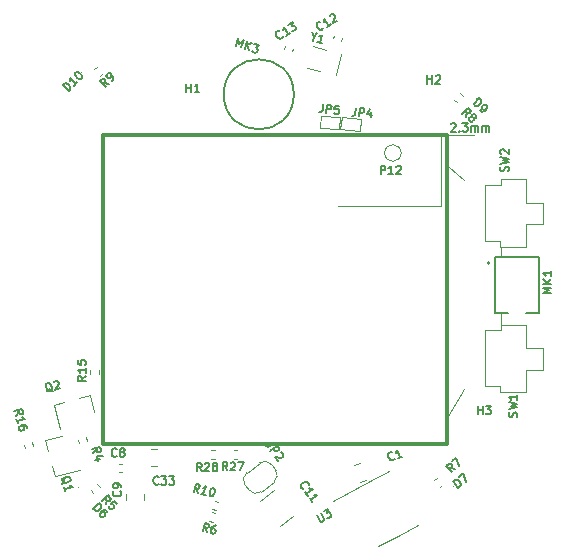
<source format=gto>
G04 #@! TF.GenerationSoftware,KiCad,Pcbnew,5.1.7-a382d34a8~88~ubuntu18.04.1*
G04 #@! TF.CreationDate,2021-05-20T00:29:44+02:00*
G04 #@! TF.ProjectId,Emersense_V1,456d6572-7365-46e7-9365-5f56312e6b69,rev?*
G04 #@! TF.SameCoordinates,Original*
G04 #@! TF.FileFunction,Legend,Top*
G04 #@! TF.FilePolarity,Positive*
%FSLAX46Y46*%
G04 Gerber Fmt 4.6, Leading zero omitted, Abs format (unit mm)*
G04 Created by KiCad (PCBNEW 5.1.7-a382d34a8~88~ubuntu18.04.1) date 2021-05-20 00:29:44*
%MOMM*%
%LPD*%
G01*
G04 APERTURE LIST*
%ADD10C,0.120000*%
%ADD11C,0.150000*%
%ADD12C,0.350000*%
%ADD13C,0.100000*%
%ADD14C,0.200000*%
%ADD15C,0.127000*%
%ADD16C,0.880000*%
%ADD17C,1.000000*%
%ADD18R,1.200000X0.600000*%
%ADD19C,0.800000*%
%ADD20R,0.800000X0.900000*%
%ADD21C,1.800000*%
%ADD22R,0.600000X0.400000*%
%ADD23C,0.750000*%
G04 APERTURE END LIST*
D10*
X149415500Y-92875100D02*
X149415500Y-91998800D01*
X144297400Y-88519000D02*
X135610600Y-88519000D01*
X144297400Y-82550000D02*
X144297400Y-88519000D01*
D11*
X145153266Y-81623733D02*
X145186600Y-81590400D01*
X145253266Y-81557066D01*
X145419933Y-81557066D01*
X145486600Y-81590400D01*
X145519933Y-81623733D01*
X145553266Y-81690400D01*
X145553266Y-81757066D01*
X145519933Y-81857066D01*
X145119933Y-82257066D01*
X145553266Y-82257066D01*
X145853266Y-82190400D02*
X145886600Y-82223733D01*
X145853266Y-82257066D01*
X145819933Y-82223733D01*
X145853266Y-82190400D01*
X145853266Y-82257066D01*
X146119933Y-81557066D02*
X146553266Y-81557066D01*
X146319933Y-81823733D01*
X146419933Y-81823733D01*
X146486600Y-81857066D01*
X146519933Y-81890400D01*
X146553266Y-81957066D01*
X146553266Y-82123733D01*
X146519933Y-82190400D01*
X146486600Y-82223733D01*
X146419933Y-82257066D01*
X146219933Y-82257066D01*
X146153266Y-82223733D01*
X146119933Y-82190400D01*
X146853266Y-82257066D02*
X146853266Y-81790400D01*
X146853266Y-81857066D02*
X146886600Y-81823733D01*
X146953266Y-81790400D01*
X147053266Y-81790400D01*
X147119933Y-81823733D01*
X147153266Y-81890400D01*
X147153266Y-82257066D01*
X147153266Y-81890400D02*
X147186600Y-81823733D01*
X147253266Y-81790400D01*
X147353266Y-81790400D01*
X147419933Y-81823733D01*
X147453266Y-81890400D01*
X147453266Y-82257066D01*
X147786600Y-82257066D02*
X147786600Y-81790400D01*
X147786600Y-81857066D02*
X147819933Y-81823733D01*
X147886600Y-81790400D01*
X147986600Y-81790400D01*
X148053266Y-81823733D01*
X148086600Y-81890400D01*
X148086600Y-82257066D01*
X148086600Y-81890400D02*
X148119933Y-81823733D01*
X148186600Y-81790400D01*
X148286600Y-81790400D01*
X148353266Y-81823733D01*
X148386600Y-81890400D01*
X148386600Y-82257066D01*
D10*
X144754600Y-82550000D02*
X147066000Y-82550000D01*
X146291300Y-104013000D02*
X144907000Y-106362500D01*
X149415500Y-98552000D02*
X149415500Y-97612200D01*
X146240500Y-86347300D02*
X144970500Y-85280500D01*
D12*
X115697000Y-108712000D02*
X144780000Y-108712000D01*
X144780000Y-108712000D02*
X144780000Y-82550000D01*
X115697000Y-82550000D02*
X144780000Y-82550000D01*
X115697000Y-108712000D02*
X115697000Y-82550000D01*
D10*
X125132341Y-109195600D02*
X124825059Y-109195600D01*
X125132341Y-109955600D02*
X124825059Y-109955600D01*
X127077441Y-109195600D02*
X126770159Y-109195600D01*
X127077441Y-109955600D02*
X126770159Y-109955600D01*
X140933400Y-84074000D02*
G75*
G03*
X140933400Y-84074000I-700000J0D01*
G01*
D13*
X113934854Y-77224746D02*
G75*
G03*
X113934854Y-77224746I-50000J0D01*
G01*
X147340599Y-79472599D02*
G75*
G03*
X147340599Y-79472599I-50000J0D01*
G01*
X145395056Y-112310914D02*
G75*
G03*
X145395056Y-112310914I-50000J0D01*
G01*
X113591907Y-112398907D02*
G75*
G03*
X113591907Y-112398907I-50000J0D01*
G01*
D10*
X151485600Y-86309200D02*
X151485600Y-88290400D01*
X149352000Y-86309200D02*
X151485600Y-86309200D01*
X149352000Y-86766400D02*
X149352000Y-86309200D01*
X148031200Y-86766400D02*
X149352000Y-86766400D01*
X148031200Y-91490800D02*
X148031200Y-86766400D01*
X149301200Y-91490800D02*
X148031200Y-91490800D01*
X149301200Y-91998800D02*
X149301200Y-91490800D01*
X151485600Y-91998800D02*
X149301200Y-91998800D01*
X151485600Y-90119200D02*
X151485600Y-91998800D01*
X152958800Y-88290400D02*
X151485600Y-88290400D01*
X152958800Y-90119200D02*
X151485600Y-90119200D01*
X152958800Y-88290400D02*
X152958800Y-90119200D01*
D14*
X131847590Y-79107412D02*
G75*
G03*
X131847590Y-79107412I-2963974J0D01*
G01*
D10*
X120276252Y-110590000D02*
X119753748Y-110590000D01*
X120276252Y-109120000D02*
X119753748Y-109120000D01*
X140659571Y-116473598D02*
X142327151Y-115605511D01*
X140659571Y-116473598D02*
X138991991Y-117341685D01*
X138267713Y-111878882D02*
X139935293Y-111010795D01*
X138267713Y-111878882D02*
X135141000Y-113506546D01*
X128998710Y-113501622D02*
X130127259Y-112635657D01*
X130654541Y-115659543D02*
X131783090Y-114793578D01*
X136971627Y-110516260D02*
X137462620Y-110337553D01*
X137474396Y-111897609D02*
X137965389Y-111718902D01*
X125453379Y-113596711D02*
X125156567Y-113517181D01*
X125256677Y-114330815D02*
X124959865Y-114251285D01*
X125199379Y-114587311D02*
X124902567Y-114507781D01*
X125002677Y-115321415D02*
X124705865Y-115241885D01*
X115153796Y-76770044D02*
X114936515Y-76987325D01*
X115691197Y-77307445D02*
X115473916Y-77524726D01*
X134159368Y-80906293D02*
X135778782Y-81047973D01*
X135778782Y-81047973D02*
X135690232Y-82060107D01*
X135690232Y-82060107D02*
X134070818Y-81918427D01*
X134070818Y-81918427D02*
X134159368Y-80906293D01*
X135886568Y-81058693D02*
X137505982Y-81200373D01*
X137505982Y-81200373D02*
X137417432Y-82212507D01*
X137417432Y-82212507D02*
X135798018Y-82070827D01*
X135798018Y-82070827D02*
X135886568Y-81058693D01*
X109779217Y-108863655D02*
X109699687Y-108566843D01*
X109045113Y-109060357D02*
X108965583Y-108763545D01*
X115340400Y-102771641D02*
X115340400Y-102464359D01*
X114580400Y-102771641D02*
X114580400Y-102464359D01*
X135211810Y-74167420D02*
X135155990Y-74375743D01*
X135907276Y-74353769D02*
X135851456Y-74562092D01*
X134047476Y-77153444D02*
X132984958Y-76868743D01*
X134539232Y-75318185D02*
X133476714Y-75033484D01*
X135412713Y-77467494D02*
X135878588Y-75728828D01*
X131080027Y-75053128D02*
X131024207Y-75261451D01*
X131775493Y-75239477D02*
X131719673Y-75447800D01*
X129934666Y-110441128D02*
X130299923Y-110917140D01*
X127842491Y-111164180D02*
X128953186Y-110311914D01*
X128078534Y-112621672D02*
X127713277Y-112145660D01*
X130170709Y-111898620D02*
X129060014Y-112750886D01*
X129060014Y-112750886D02*
G75*
G02*
X128078534Y-112621672I-426133J555347D01*
G01*
X127713277Y-112145660D02*
G75*
G02*
X127842491Y-111164180I555347J426133D01*
G01*
X128953186Y-110311914D02*
G75*
G02*
X129934666Y-110441128I426133J-555347D01*
G01*
X130299923Y-110917140D02*
G75*
G02*
X130170709Y-111898620I-555347J-426133D01*
G01*
X145945292Y-79032756D02*
X146162573Y-79250037D01*
X145407891Y-79570157D02*
X145625172Y-79787438D01*
X143709862Y-111768484D02*
X143945254Y-111570967D01*
X144198380Y-112350677D02*
X144433772Y-112153160D01*
X114858816Y-112856217D02*
X114641535Y-112638936D01*
X115396217Y-112318816D02*
X115178936Y-112101535D01*
X113537583Y-108331745D02*
X113617113Y-108628557D01*
X114271687Y-108135043D02*
X114351217Y-108431855D01*
X114580011Y-104562914D02*
X113681700Y-104803616D01*
X111527686Y-105380782D02*
X112425997Y-105140081D01*
X111527686Y-105380782D02*
X112086735Y-107467182D01*
X114580011Y-104562914D02*
X114957887Y-105973166D01*
X110820888Y-108393721D02*
X111061590Y-109292032D01*
X111638756Y-111446046D02*
X111398055Y-110547735D01*
X111638756Y-111446046D02*
X113725156Y-110886997D01*
X110820888Y-108393721D02*
X112231140Y-108015845D01*
X119137100Y-113484252D02*
X119137100Y-112961748D01*
X117667100Y-113484252D02*
X117667100Y-112961748D01*
X117077664Y-111104000D02*
X117293336Y-111104000D01*
X117077664Y-110384000D02*
X117293336Y-110384000D01*
X152984200Y-100596700D02*
X152984200Y-102425500D01*
X152984200Y-102425500D02*
X151511000Y-102425500D01*
X152984200Y-100596700D02*
X151511000Y-100596700D01*
X151511000Y-102425500D02*
X151511000Y-104305100D01*
X151511000Y-104305100D02*
X149326600Y-104305100D01*
X149326600Y-104305100D02*
X149326600Y-103797100D01*
X149326600Y-103797100D02*
X148056600Y-103797100D01*
X148056600Y-103797100D02*
X148056600Y-99072700D01*
X148056600Y-99072700D02*
X149377400Y-99072700D01*
X149377400Y-99072700D02*
X149377400Y-98615500D01*
X149377400Y-98615500D02*
X151511000Y-98615500D01*
X151511000Y-98615500D02*
X151511000Y-100596700D01*
D14*
X148449000Y-93380000D02*
G75*
G03*
X148449000Y-93380000I-100000J0D01*
G01*
D15*
X151499000Y-97610000D02*
X152629000Y-97610000D01*
X148869000Y-97610000D02*
X149999000Y-97610000D01*
X148869000Y-92890000D02*
X148869000Y-97610000D01*
X152629000Y-92890000D02*
X152629000Y-97610000D01*
X148869000Y-92890000D02*
X152629000Y-92890000D01*
D11*
X124035400Y-111009866D02*
X123802066Y-110676533D01*
X123635400Y-111009866D02*
X123635400Y-110309866D01*
X123902066Y-110309866D01*
X123968733Y-110343200D01*
X124002066Y-110376533D01*
X124035400Y-110443200D01*
X124035400Y-110543200D01*
X124002066Y-110609866D01*
X123968733Y-110643200D01*
X123902066Y-110676533D01*
X123635400Y-110676533D01*
X124302066Y-110376533D02*
X124335400Y-110343200D01*
X124402066Y-110309866D01*
X124568733Y-110309866D01*
X124635400Y-110343200D01*
X124668733Y-110376533D01*
X124702066Y-110443200D01*
X124702066Y-110509866D01*
X124668733Y-110609866D01*
X124268733Y-111009866D01*
X124702066Y-111009866D01*
X125102066Y-110609866D02*
X125035400Y-110576533D01*
X125002066Y-110543200D01*
X124968733Y-110476533D01*
X124968733Y-110443200D01*
X125002066Y-110376533D01*
X125035400Y-110343200D01*
X125102066Y-110309866D01*
X125235400Y-110309866D01*
X125302066Y-110343200D01*
X125335400Y-110376533D01*
X125368733Y-110443200D01*
X125368733Y-110476533D01*
X125335400Y-110543200D01*
X125302066Y-110576533D01*
X125235400Y-110609866D01*
X125102066Y-110609866D01*
X125035400Y-110643200D01*
X125002066Y-110676533D01*
X124968733Y-110743200D01*
X124968733Y-110876533D01*
X125002066Y-110943200D01*
X125035400Y-110976533D01*
X125102066Y-111009866D01*
X125235400Y-111009866D01*
X125302066Y-110976533D01*
X125335400Y-110943200D01*
X125368733Y-110876533D01*
X125368733Y-110743200D01*
X125335400Y-110676533D01*
X125302066Y-110643200D01*
X125235400Y-110609866D01*
X126219800Y-110946366D02*
X125986466Y-110613033D01*
X125819800Y-110946366D02*
X125819800Y-110246366D01*
X126086466Y-110246366D01*
X126153133Y-110279700D01*
X126186466Y-110313033D01*
X126219800Y-110379700D01*
X126219800Y-110479700D01*
X126186466Y-110546366D01*
X126153133Y-110579700D01*
X126086466Y-110613033D01*
X125819800Y-110613033D01*
X126486466Y-110313033D02*
X126519800Y-110279700D01*
X126586466Y-110246366D01*
X126753133Y-110246366D01*
X126819800Y-110279700D01*
X126853133Y-110313033D01*
X126886466Y-110379700D01*
X126886466Y-110446366D01*
X126853133Y-110546366D01*
X126453133Y-110946366D01*
X126886466Y-110946366D01*
X127119800Y-110246366D02*
X127586466Y-110246366D01*
X127286466Y-110946366D01*
X139192900Y-85851166D02*
X139192900Y-85151166D01*
X139459566Y-85151166D01*
X139526233Y-85184500D01*
X139559566Y-85217833D01*
X139592900Y-85284500D01*
X139592900Y-85384500D01*
X139559566Y-85451166D01*
X139526233Y-85484500D01*
X139459566Y-85517833D01*
X139192900Y-85517833D01*
X140259566Y-85851166D02*
X139859566Y-85851166D01*
X140059566Y-85851166D02*
X140059566Y-85151166D01*
X139992900Y-85251166D01*
X139926233Y-85317833D01*
X139859566Y-85351166D01*
X140526233Y-85217833D02*
X140559566Y-85184500D01*
X140626233Y-85151166D01*
X140792900Y-85151166D01*
X140859566Y-85184500D01*
X140892900Y-85217833D01*
X140926233Y-85284500D01*
X140926233Y-85351166D01*
X140892900Y-85451166D01*
X140492900Y-85851166D01*
X140926233Y-85851166D01*
X112770276Y-78837157D02*
X112275301Y-78342183D01*
X112393152Y-78224332D01*
X112487433Y-78177191D01*
X112581714Y-78177191D01*
X112652425Y-78200761D01*
X112770276Y-78271472D01*
X112840987Y-78342183D01*
X112911697Y-78460034D01*
X112935267Y-78530744D01*
X112935267Y-78625025D01*
X112888127Y-78719306D01*
X112770276Y-78837157D01*
X113524523Y-78082910D02*
X113241680Y-78365753D01*
X113383102Y-78224332D02*
X112888127Y-77729357D01*
X112911697Y-77847208D01*
X112911697Y-77941489D01*
X112888127Y-78012200D01*
X113335961Y-77281522D02*
X113383102Y-77234382D01*
X113453812Y-77210812D01*
X113500953Y-77210812D01*
X113571664Y-77234382D01*
X113689515Y-77305093D01*
X113807366Y-77422944D01*
X113878077Y-77540795D01*
X113901647Y-77611506D01*
X113901647Y-77658646D01*
X113878077Y-77729357D01*
X113830936Y-77776497D01*
X113760225Y-77800067D01*
X113713085Y-77800067D01*
X113642374Y-77776497D01*
X113524523Y-77705787D01*
X113406672Y-77587935D01*
X113335961Y-77470084D01*
X113312391Y-77399374D01*
X113312391Y-77352233D01*
X113335961Y-77281522D01*
X147060944Y-79944778D02*
X147555919Y-79449803D01*
X147673770Y-79567655D01*
X147720910Y-79661935D01*
X147720910Y-79756216D01*
X147697340Y-79826927D01*
X147626629Y-79944778D01*
X147555919Y-80015489D01*
X147438067Y-80086200D01*
X147367357Y-80109770D01*
X147273076Y-80109770D01*
X147178795Y-80062629D01*
X147060944Y-79944778D01*
X147579489Y-80463323D02*
X147673770Y-80557604D01*
X147744480Y-80581174D01*
X147791621Y-80581174D01*
X147909472Y-80557604D01*
X148027323Y-80486893D01*
X148215885Y-80298332D01*
X148239455Y-80227621D01*
X148239455Y-80180480D01*
X148215885Y-80109770D01*
X148121604Y-80015489D01*
X148050893Y-79991919D01*
X148003753Y-79991919D01*
X147933042Y-80015489D01*
X147815191Y-80133340D01*
X147791621Y-80204051D01*
X147791621Y-80251191D01*
X147815191Y-80321902D01*
X147909472Y-80416183D01*
X147980183Y-80439753D01*
X148027323Y-80439753D01*
X148098034Y-80416183D01*
X145781559Y-112410887D02*
X145331608Y-111874656D01*
X145459282Y-111767525D01*
X145557313Y-111728781D01*
X145651235Y-111736998D01*
X145719622Y-111766641D01*
X145830862Y-111847354D01*
X145895141Y-111923959D01*
X145955311Y-112047524D01*
X145972629Y-112120020D01*
X145964412Y-112213942D01*
X145909233Y-112303756D01*
X145781559Y-112410887D01*
X145816769Y-111467557D02*
X146174257Y-111167590D01*
X146394395Y-111896657D01*
X114866397Y-114222031D02*
X115361372Y-113727056D01*
X115479223Y-113844908D01*
X115526363Y-113939188D01*
X115526363Y-114033469D01*
X115502793Y-114104180D01*
X115432082Y-114222031D01*
X115361372Y-114292742D01*
X115243520Y-114363453D01*
X115172810Y-114387023D01*
X115078529Y-114387023D01*
X114984248Y-114339882D01*
X114866397Y-114222031D01*
X116068478Y-114434163D02*
X115974197Y-114339882D01*
X115903487Y-114316312D01*
X115856346Y-114316312D01*
X115738495Y-114339882D01*
X115620644Y-114410593D01*
X115432082Y-114599155D01*
X115408512Y-114669865D01*
X115408512Y-114717006D01*
X115432082Y-114787717D01*
X115526363Y-114881997D01*
X115597074Y-114905568D01*
X115644214Y-114905568D01*
X115714925Y-114881997D01*
X115832776Y-114764146D01*
X115856346Y-114693436D01*
X115856346Y-114646295D01*
X115832776Y-114575585D01*
X115738495Y-114481304D01*
X115667785Y-114457733D01*
X115620644Y-114457733D01*
X115549933Y-114481304D01*
X149990933Y-85616933D02*
X150024266Y-85516933D01*
X150024266Y-85350266D01*
X149990933Y-85283600D01*
X149957600Y-85250266D01*
X149890933Y-85216933D01*
X149824266Y-85216933D01*
X149757600Y-85250266D01*
X149724266Y-85283600D01*
X149690933Y-85350266D01*
X149657600Y-85483600D01*
X149624266Y-85550266D01*
X149590933Y-85583600D01*
X149524266Y-85616933D01*
X149457600Y-85616933D01*
X149390933Y-85583600D01*
X149357600Y-85550266D01*
X149324266Y-85483600D01*
X149324266Y-85316933D01*
X149357600Y-85216933D01*
X149324266Y-84983600D02*
X150024266Y-84816933D01*
X149524266Y-84683600D01*
X150024266Y-84550266D01*
X149324266Y-84383600D01*
X149390933Y-84150266D02*
X149357600Y-84116933D01*
X149324266Y-84050266D01*
X149324266Y-83883600D01*
X149357600Y-83816933D01*
X149390933Y-83783600D01*
X149457600Y-83750266D01*
X149524266Y-83750266D01*
X149624266Y-83783600D01*
X150024266Y-84183600D01*
X150024266Y-83750266D01*
X126919308Y-74977550D02*
X127158722Y-74319766D01*
X127206974Y-74869417D01*
X127597246Y-74479375D01*
X127357831Y-75137160D01*
X127671062Y-75251166D02*
X127910476Y-74593382D01*
X128046939Y-75387975D02*
X127901840Y-74909491D01*
X128286353Y-74730190D02*
X127773668Y-74969259D01*
X128505615Y-74809994D02*
X128912815Y-74958203D01*
X128602348Y-75128983D01*
X128696317Y-75163185D01*
X128747563Y-75217310D01*
X128767485Y-75260033D01*
X128776007Y-75334080D01*
X128719004Y-75490696D01*
X128664879Y-75541941D01*
X128622156Y-75561864D01*
X128548109Y-75570385D01*
X128360170Y-75501981D01*
X128308925Y-75447857D01*
X128289002Y-75405133D01*
X120390500Y-112073500D02*
X120357166Y-112106833D01*
X120257166Y-112140166D01*
X120190500Y-112140166D01*
X120090500Y-112106833D01*
X120023833Y-112040166D01*
X119990500Y-111973500D01*
X119957166Y-111840166D01*
X119957166Y-111740166D01*
X119990500Y-111606833D01*
X120023833Y-111540166D01*
X120090500Y-111473500D01*
X120190500Y-111440166D01*
X120257166Y-111440166D01*
X120357166Y-111473500D01*
X120390500Y-111506833D01*
X120623833Y-111440166D02*
X121057166Y-111440166D01*
X120823833Y-111706833D01*
X120923833Y-111706833D01*
X120990500Y-111740166D01*
X121023833Y-111773500D01*
X121057166Y-111840166D01*
X121057166Y-112006833D01*
X121023833Y-112073500D01*
X120990500Y-112106833D01*
X120923833Y-112140166D01*
X120723833Y-112140166D01*
X120657166Y-112106833D01*
X120623833Y-112073500D01*
X121290500Y-111440166D02*
X121723833Y-111440166D01*
X121490500Y-111706833D01*
X121590500Y-111706833D01*
X121657166Y-111740166D01*
X121690500Y-111773500D01*
X121723833Y-111840166D01*
X121723833Y-112006833D01*
X121690500Y-112073500D01*
X121657166Y-112106833D01*
X121590500Y-112140166D01*
X121390500Y-112140166D01*
X121323833Y-112106833D01*
X121290500Y-112073500D01*
X133779423Y-114714245D02*
X134041081Y-115216884D01*
X134101431Y-115260627D01*
X134146390Y-115274802D01*
X134220916Y-115273586D01*
X134339184Y-115212019D01*
X134382926Y-115151669D01*
X134397102Y-115106710D01*
X134395885Y-115032185D01*
X134134228Y-114529545D01*
X134370764Y-114406412D02*
X134755135Y-114206321D01*
X134671299Y-114550599D01*
X134760000Y-114504424D01*
X134834526Y-114503208D01*
X134879485Y-114517383D01*
X134939835Y-114561125D01*
X135016793Y-114708961D01*
X135018009Y-114783486D01*
X135003834Y-114828445D01*
X134960091Y-114888795D01*
X134782689Y-114981145D01*
X134708163Y-114982361D01*
X134663205Y-114968186D01*
X132659129Y-112528258D02*
X132612391Y-112522105D01*
X132525070Y-112463062D01*
X132484486Y-112410171D01*
X132450055Y-112310544D01*
X132462361Y-112217070D01*
X132494959Y-112150040D01*
X132580448Y-112042427D01*
X132659783Y-111981551D01*
X132785856Y-111926828D01*
X132859038Y-111912689D01*
X132952512Y-111924995D01*
X133039833Y-111984038D01*
X133080417Y-112036929D01*
X133114848Y-112136556D01*
X133108695Y-112183293D01*
X133012079Y-113097744D02*
X132768575Y-112780403D01*
X132890327Y-112939074D02*
X133445674Y-112512941D01*
X133325755Y-112520926D01*
X133232281Y-112508620D01*
X133165251Y-112476022D01*
X133417920Y-113626646D02*
X133174416Y-113309305D01*
X133296168Y-113467976D02*
X133851515Y-113041843D01*
X133731596Y-113049829D01*
X133638122Y-113037523D01*
X133571092Y-113004924D01*
X140374374Y-109939325D02*
X140354451Y-109982049D01*
X140271883Y-110047574D01*
X140209237Y-110070375D01*
X140103867Y-110073254D01*
X140018419Y-110033409D01*
X139964295Y-109982164D01*
X139887369Y-109868272D01*
X139853167Y-109774303D01*
X139838887Y-109637610D01*
X139847409Y-109563563D01*
X139887254Y-109478115D01*
X139969822Y-109412590D01*
X140032469Y-109389789D01*
X140137839Y-109386910D01*
X140180562Y-109406833D01*
X141023637Y-109773958D02*
X140647760Y-109910766D01*
X140835698Y-109842362D02*
X140596284Y-109184577D01*
X140567840Y-109301348D01*
X140527995Y-109386795D01*
X140476750Y-109440919D01*
X123740174Y-112838408D02*
X123601064Y-112456042D01*
X123353803Y-112734881D02*
X123534977Y-112058733D01*
X123792557Y-112127751D01*
X123848324Y-112177203D01*
X123871895Y-112218028D01*
X123886838Y-112291050D01*
X123860956Y-112387643D01*
X123811504Y-112443411D01*
X123770679Y-112466981D01*
X123697656Y-112481924D01*
X123440076Y-112412906D01*
X124384124Y-113010954D02*
X123997754Y-112907427D01*
X124190939Y-112959191D02*
X124372112Y-112283043D01*
X124281835Y-112362381D01*
X124200186Y-112409521D01*
X124127163Y-112424464D01*
X124983865Y-112446961D02*
X125048260Y-112464216D01*
X125104028Y-112513668D01*
X125127598Y-112554493D01*
X125142541Y-112627515D01*
X125140230Y-112764933D01*
X125097093Y-112925920D01*
X125030386Y-113046083D01*
X124980934Y-113101851D01*
X124940109Y-113125421D01*
X124867087Y-113140364D01*
X124802692Y-113123109D01*
X124746924Y-113073657D01*
X124723354Y-113032832D01*
X124708411Y-112959810D01*
X124710723Y-112822393D01*
X124753859Y-112661405D01*
X124820566Y-112541242D01*
X124870018Y-112485474D01*
X124910843Y-112461904D01*
X124983865Y-112446961D01*
X124506649Y-116163180D02*
X124367539Y-115780814D01*
X124120278Y-116059653D02*
X124301452Y-115383505D01*
X124559032Y-115452523D01*
X124614800Y-115501975D01*
X124638370Y-115542800D01*
X124653313Y-115615822D01*
X124627431Y-115712415D01*
X124577979Y-115768183D01*
X124537154Y-115791753D01*
X124464132Y-115806696D01*
X124206551Y-115737678D01*
X125267378Y-115642324D02*
X125138588Y-115607815D01*
X125065565Y-115622758D01*
X125024740Y-115646328D01*
X124934463Y-115725666D01*
X124867757Y-115845829D01*
X124798738Y-116103409D01*
X124813681Y-116176431D01*
X124837251Y-116217256D01*
X124893019Y-116266708D01*
X125021809Y-116301217D01*
X125094832Y-116286274D01*
X125135656Y-116262704D01*
X125185109Y-116206936D01*
X125228245Y-116045949D01*
X125213302Y-115972926D01*
X125189732Y-115932102D01*
X125133964Y-115882649D01*
X125005174Y-115848140D01*
X124932152Y-115863083D01*
X124891327Y-115886653D01*
X124841875Y-115942421D01*
X116208204Y-78209553D02*
X115807510Y-78138843D01*
X115925361Y-78492396D02*
X115430386Y-77997421D01*
X115618948Y-77808860D01*
X115689659Y-77785289D01*
X115736799Y-77785289D01*
X115807510Y-77808860D01*
X115878221Y-77879570D01*
X115901791Y-77950281D01*
X115901791Y-77997421D01*
X115878221Y-78068132D01*
X115689659Y-78256694D01*
X116443906Y-77973851D02*
X116538187Y-77879570D01*
X116561757Y-77808860D01*
X116561757Y-77761719D01*
X116538187Y-77643868D01*
X116467476Y-77526017D01*
X116278915Y-77337455D01*
X116208204Y-77313885D01*
X116161063Y-77313885D01*
X116090353Y-77337455D01*
X115996072Y-77431736D01*
X115972502Y-77502447D01*
X115972502Y-77549587D01*
X115996072Y-77620298D01*
X116113923Y-77738149D01*
X116184634Y-77761719D01*
X116231774Y-77761719D01*
X116302485Y-77738149D01*
X116396766Y-77643868D01*
X116420336Y-77573157D01*
X116420336Y-77526017D01*
X116396766Y-77455306D01*
X147421666Y-106183866D02*
X147421666Y-105483866D01*
X147421666Y-105817200D02*
X147821666Y-105817200D01*
X147821666Y-106183866D02*
X147821666Y-105483866D01*
X148088333Y-105483866D02*
X148521666Y-105483866D01*
X148288333Y-105750533D01*
X148388333Y-105750533D01*
X148455000Y-105783866D01*
X148488333Y-105817200D01*
X148521666Y-105883866D01*
X148521666Y-106050533D01*
X148488333Y-106117200D01*
X148455000Y-106150533D01*
X148388333Y-106183866D01*
X148188333Y-106183866D01*
X148121666Y-106150533D01*
X148088333Y-106117200D01*
X143154466Y-78193066D02*
X143154466Y-77493066D01*
X143154466Y-77826400D02*
X143554466Y-77826400D01*
X143554466Y-78193066D02*
X143554466Y-77493066D01*
X143854466Y-77559733D02*
X143887800Y-77526400D01*
X143954466Y-77493066D01*
X144121133Y-77493066D01*
X144187800Y-77526400D01*
X144221133Y-77559733D01*
X144254466Y-77626400D01*
X144254466Y-77693066D01*
X144221133Y-77793066D01*
X143821133Y-78193066D01*
X144254466Y-78193066D01*
X122758266Y-78904266D02*
X122758266Y-78204266D01*
X122758266Y-78537600D02*
X123158266Y-78537600D01*
X123158266Y-78904266D02*
X123158266Y-78204266D01*
X123858266Y-78904266D02*
X123458266Y-78904266D01*
X123658266Y-78904266D02*
X123658266Y-78204266D01*
X123591600Y-78304266D01*
X123524933Y-78370933D01*
X123458266Y-78404266D01*
X134323615Y-79960637D02*
X134280037Y-80458734D01*
X134238115Y-80555449D01*
X134165891Y-80616051D01*
X134063367Y-80640542D01*
X133996954Y-80634732D01*
X134594671Y-80687025D02*
X134655680Y-79989689D01*
X134921331Y-80012930D01*
X134984839Y-80051947D01*
X135015141Y-80088059D01*
X135042537Y-80157377D01*
X135033821Y-80256997D01*
X134994804Y-80320504D01*
X134958693Y-80350806D01*
X134889374Y-80378202D01*
X134623722Y-80354960D01*
X135685081Y-80079750D02*
X135353016Y-80050698D01*
X135290757Y-80379858D01*
X135326869Y-80349556D01*
X135396187Y-80322160D01*
X135562220Y-80336686D01*
X135625728Y-80375703D01*
X135656029Y-80411815D01*
X135683425Y-80481133D01*
X135668899Y-80647165D01*
X135629882Y-80710673D01*
X135593770Y-80740974D01*
X135524452Y-80768371D01*
X135358420Y-80753845D01*
X135294912Y-80714828D01*
X135264611Y-80678716D01*
X137094896Y-80237684D02*
X137051318Y-80735781D01*
X137009396Y-80832496D01*
X136937172Y-80893098D01*
X136834648Y-80917589D01*
X136768235Y-80911779D01*
X137365952Y-80964072D02*
X137426961Y-80266736D01*
X137692612Y-80289977D01*
X137756120Y-80328994D01*
X137786422Y-80365106D01*
X137813818Y-80434424D01*
X137805102Y-80534044D01*
X137766085Y-80597551D01*
X137729974Y-80627853D01*
X137660655Y-80655249D01*
X137395003Y-80632007D01*
X138402819Y-80586337D02*
X138362146Y-81051228D01*
X138260028Y-80306159D02*
X138050418Y-80789731D01*
X138482102Y-80827498D01*
X108289654Y-106327292D02*
X108551239Y-106015637D01*
X108186127Y-105940922D02*
X108862275Y-105759749D01*
X108931293Y-106017329D01*
X108916350Y-106090351D01*
X108892780Y-106131176D01*
X108837012Y-106180628D01*
X108740420Y-106206510D01*
X108667397Y-106191567D01*
X108626573Y-106167997D01*
X108577120Y-106112229D01*
X108508102Y-105854649D01*
X108462200Y-106971243D02*
X108358673Y-106584872D01*
X108410437Y-106778058D02*
X109086585Y-106596884D01*
X108972738Y-106558371D01*
X108891088Y-106511231D01*
X108841636Y-106455463D01*
X109293640Y-107369625D02*
X109259131Y-107240835D01*
X109209679Y-107185067D01*
X109168854Y-107161497D01*
X109055007Y-107122984D01*
X108917589Y-107125295D01*
X108660009Y-107194314D01*
X108604241Y-107243766D01*
X108580671Y-107284591D01*
X108565728Y-107357613D01*
X108600237Y-107486403D01*
X108649689Y-107542171D01*
X108690514Y-107565741D01*
X108763537Y-107580684D01*
X108924524Y-107537548D01*
X108980292Y-107488096D01*
X109003862Y-107447271D01*
X109018805Y-107374248D01*
X108984296Y-107245458D01*
X108934844Y-107189690D01*
X108894019Y-107166120D01*
X108820997Y-107151177D01*
X114235666Y-102939000D02*
X113902333Y-103172333D01*
X114235666Y-103339000D02*
X113535666Y-103339000D01*
X113535666Y-103072333D01*
X113569000Y-103005666D01*
X113602333Y-102972333D01*
X113669000Y-102939000D01*
X113769000Y-102939000D01*
X113835666Y-102972333D01*
X113869000Y-103005666D01*
X113902333Y-103072333D01*
X113902333Y-103339000D01*
X114235666Y-102272333D02*
X114235666Y-102672333D01*
X114235666Y-102472333D02*
X113535666Y-102472333D01*
X113635666Y-102539000D01*
X113702333Y-102605666D01*
X113735666Y-102672333D01*
X113535666Y-101639000D02*
X113535666Y-101972333D01*
X113869000Y-102005666D01*
X113835666Y-101972333D01*
X113802333Y-101905666D01*
X113802333Y-101739000D01*
X113835666Y-101672333D01*
X113869000Y-101639000D01*
X113935666Y-101605666D01*
X114102333Y-101605666D01*
X114169000Y-101639000D01*
X114202333Y-101672333D01*
X114235666Y-101739000D01*
X114235666Y-101905666D01*
X114202333Y-101972333D01*
X114169000Y-102005666D01*
X134355288Y-73466506D02*
X134343087Y-73512040D01*
X134273151Y-73590908D01*
X134215416Y-73624241D01*
X134112147Y-73645373D01*
X134021079Y-73620972D01*
X133958878Y-73579903D01*
X133863344Y-73481100D01*
X133813344Y-73394497D01*
X133775545Y-73262361D01*
X133771079Y-73187959D01*
X133795480Y-73096891D01*
X133865416Y-73018023D01*
X133923151Y-72984690D01*
X134026421Y-72963557D01*
X134071955Y-72975758D01*
X134965972Y-73190908D02*
X134619562Y-73390908D01*
X134792767Y-73290908D02*
X134442767Y-72684690D01*
X134435032Y-72804626D01*
X134410630Y-72895694D01*
X134369562Y-72957895D01*
X134880245Y-72509091D02*
X134892446Y-72463557D01*
X134933514Y-72401356D01*
X135077852Y-72318023D01*
X135152254Y-72313557D01*
X135197788Y-72325758D01*
X135259989Y-72366826D01*
X135293322Y-72424562D01*
X135314454Y-72527831D01*
X135168044Y-73074241D01*
X135543322Y-72857574D01*
X133514938Y-74243428D02*
X133428665Y-74565403D01*
X133384455Y-73828864D02*
X133514938Y-74243428D01*
X133835221Y-73949646D01*
X134233603Y-74781086D02*
X133847233Y-74677558D01*
X134040418Y-74729322D02*
X134221591Y-74053174D01*
X134131314Y-74132512D01*
X134049665Y-74179652D01*
X133976642Y-74194595D01*
X130900889Y-74203106D02*
X130888688Y-74248640D01*
X130818752Y-74327508D01*
X130761017Y-74360841D01*
X130657748Y-74381973D01*
X130566680Y-74357572D01*
X130504479Y-74316503D01*
X130408945Y-74217700D01*
X130358945Y-74131097D01*
X130321146Y-73998961D01*
X130316680Y-73924559D01*
X130341081Y-73833491D01*
X130411017Y-73754623D01*
X130468752Y-73721290D01*
X130572022Y-73700157D01*
X130617556Y-73712358D01*
X131511573Y-73927508D02*
X131165163Y-74127508D01*
X131338368Y-74027508D02*
X130988368Y-73421290D01*
X130980633Y-73541226D01*
X130956231Y-73632294D01*
X130915163Y-73694495D01*
X131363645Y-73204623D02*
X131738923Y-72987956D01*
X131670184Y-73335563D01*
X131756786Y-73285563D01*
X131831188Y-73281097D01*
X131876722Y-73293298D01*
X131938923Y-73334367D01*
X132022256Y-73478704D01*
X132026722Y-73553106D01*
X132014521Y-73598640D01*
X131973453Y-73660841D01*
X131800248Y-73760841D01*
X131725846Y-73765307D01*
X131680312Y-73753106D01*
X130187507Y-108587352D02*
X129790831Y-108891732D01*
X129691203Y-108926163D01*
X129597729Y-108913857D01*
X129510408Y-108854814D01*
X129469824Y-108801924D01*
X129835081Y-109277936D02*
X130390428Y-108851803D01*
X130552764Y-109063364D01*
X130566903Y-109136546D01*
X130560750Y-109183283D01*
X130528152Y-109250312D01*
X130448817Y-109311188D01*
X130375634Y-109325327D01*
X130328897Y-109319174D01*
X130261868Y-109286576D01*
X130099532Y-109075015D01*
X130743379Y-109421289D02*
X130790116Y-109427442D01*
X130857145Y-109460040D01*
X130958605Y-109592266D01*
X130972744Y-109665448D01*
X130966591Y-109712185D01*
X130933993Y-109779214D01*
X130881103Y-109819798D01*
X130781475Y-109854229D01*
X130220629Y-109780393D01*
X130484426Y-110124179D01*
X146403987Y-81015020D02*
X146474697Y-80614326D01*
X146121144Y-80732177D02*
X146616119Y-80237202D01*
X146804680Y-80425764D01*
X146828251Y-80496475D01*
X146828251Y-80543615D01*
X146804680Y-80614326D01*
X146733970Y-80685037D01*
X146663259Y-80708607D01*
X146616119Y-80708607D01*
X146545408Y-80685037D01*
X146356846Y-80496475D01*
X146969672Y-81015020D02*
X146946102Y-80944309D01*
X146946102Y-80897169D01*
X146969672Y-80826458D01*
X146993242Y-80802888D01*
X147063953Y-80779318D01*
X147111093Y-80779318D01*
X147181804Y-80802888D01*
X147276085Y-80897169D01*
X147299655Y-80967879D01*
X147299655Y-81015020D01*
X147276085Y-81085731D01*
X147252515Y-81109301D01*
X147181804Y-81132871D01*
X147134664Y-81132871D01*
X147063953Y-81109301D01*
X146969672Y-81015020D01*
X146898961Y-80991450D01*
X146851821Y-80991450D01*
X146781110Y-81015020D01*
X146686829Y-81109301D01*
X146663259Y-81180011D01*
X146663259Y-81227152D01*
X146686829Y-81297863D01*
X146781110Y-81392143D01*
X146851821Y-81415714D01*
X146898961Y-81415714D01*
X146969672Y-81392143D01*
X147063953Y-81297863D01*
X147087523Y-81227152D01*
X147087523Y-81180011D01*
X147063953Y-81109301D01*
X145521467Y-110860536D02*
X145128461Y-110755172D01*
X145215049Y-111117651D02*
X144765098Y-110581420D01*
X144969376Y-110410010D01*
X145041872Y-110392692D01*
X145088833Y-110396801D01*
X145157221Y-110426444D01*
X145221500Y-110503049D01*
X145238817Y-110575545D01*
X145234709Y-110622506D01*
X145205065Y-110690893D01*
X145000787Y-110862303D01*
X145250259Y-110174321D02*
X145607747Y-109874354D01*
X145827885Y-110603421D01*
X115923383Y-113831217D02*
X115994093Y-113430523D01*
X115640540Y-113548374D02*
X116135515Y-113053399D01*
X116324076Y-113241961D01*
X116347647Y-113312672D01*
X116347647Y-113359812D01*
X116324076Y-113430523D01*
X116253366Y-113501234D01*
X116182655Y-113524804D01*
X116135515Y-113524804D01*
X116064804Y-113501234D01*
X115876242Y-113312672D01*
X116866192Y-113784076D02*
X116630489Y-113548374D01*
X116371217Y-113760506D01*
X116418357Y-113760506D01*
X116489068Y-113784076D01*
X116606919Y-113901928D01*
X116630489Y-113972638D01*
X116630489Y-114019779D01*
X116606919Y-114090489D01*
X116489068Y-114208340D01*
X116418357Y-114231911D01*
X116371217Y-114231911D01*
X116300506Y-114208340D01*
X116182655Y-114090489D01*
X116159085Y-114019779D01*
X116159085Y-113972638D01*
X114852927Y-109506768D02*
X115114512Y-109195112D01*
X114749400Y-109120397D02*
X115425548Y-108939224D01*
X115494566Y-109196804D01*
X115479623Y-109269826D01*
X115456053Y-109310651D01*
X115400285Y-109360103D01*
X115303693Y-109385985D01*
X115230670Y-109371042D01*
X115189846Y-109347472D01*
X115140394Y-109291704D01*
X115071375Y-109034124D01*
X115458984Y-109965541D02*
X115008219Y-110086323D01*
X115673428Y-109735535D02*
X115147329Y-109703957D01*
X115259483Y-110122524D01*
X111471124Y-104229527D02*
X111398102Y-104214584D01*
X111316452Y-104167443D01*
X111193978Y-104096733D01*
X111120956Y-104081790D01*
X111056560Y-104099044D01*
X111131895Y-104251405D02*
X111058872Y-104236462D01*
X110977223Y-104189321D01*
X110910516Y-104069158D01*
X110850125Y-103843776D01*
X110847813Y-103706358D01*
X110894953Y-103624709D01*
X110950721Y-103575257D01*
X111079511Y-103540747D01*
X111152534Y-103555690D01*
X111234183Y-103602831D01*
X111300890Y-103722994D01*
X111361281Y-103948376D01*
X111363593Y-104085794D01*
X111316452Y-104167443D01*
X111260685Y-104216895D01*
X111131895Y-104251405D01*
X111515334Y-103492987D02*
X111538904Y-103452163D01*
X111594672Y-103402711D01*
X111755659Y-103359574D01*
X111828682Y-103374517D01*
X111869507Y-103398087D01*
X111918959Y-103453855D01*
X111936213Y-103518250D01*
X111929898Y-103623470D01*
X111647055Y-104113368D01*
X112065623Y-104001213D01*
X112261473Y-112112318D02*
X112276416Y-112039296D01*
X112323557Y-111957646D01*
X112394267Y-111835172D01*
X112409210Y-111762150D01*
X112391956Y-111697754D01*
X112239595Y-111773089D02*
X112254538Y-111700066D01*
X112301679Y-111618417D01*
X112421842Y-111551710D01*
X112647224Y-111491319D01*
X112784642Y-111489007D01*
X112866291Y-111536147D01*
X112915743Y-111591915D01*
X112950253Y-111720705D01*
X112935310Y-111793728D01*
X112888169Y-111875377D01*
X112768006Y-111942084D01*
X112542624Y-112002475D01*
X112405206Y-112004787D01*
X112323557Y-111957646D01*
X112274105Y-111901879D01*
X112239595Y-111773089D01*
X112489787Y-112706817D02*
X112386259Y-112320447D01*
X112438023Y-112513632D02*
X113114171Y-112332458D01*
X113000324Y-112293945D01*
X112918675Y-112246805D01*
X112869222Y-112191037D01*
X117153500Y-112719866D02*
X117186833Y-112753200D01*
X117220166Y-112853200D01*
X117220166Y-112919866D01*
X117186833Y-113019866D01*
X117120166Y-113086533D01*
X117053500Y-113119866D01*
X116920166Y-113153200D01*
X116820166Y-113153200D01*
X116686833Y-113119866D01*
X116620166Y-113086533D01*
X116553500Y-113019866D01*
X116520166Y-112919866D01*
X116520166Y-112853200D01*
X116553500Y-112753200D01*
X116586833Y-112719866D01*
X117220166Y-112386533D02*
X117220166Y-112253200D01*
X117186833Y-112186533D01*
X117153500Y-112153200D01*
X117053500Y-112086533D01*
X116920166Y-112053200D01*
X116653500Y-112053200D01*
X116586833Y-112086533D01*
X116553500Y-112119866D01*
X116520166Y-112186533D01*
X116520166Y-112319866D01*
X116553500Y-112386533D01*
X116586833Y-112419866D01*
X116653500Y-112453200D01*
X116820166Y-112453200D01*
X116886833Y-112419866D01*
X116920166Y-112386533D01*
X116953500Y-112319866D01*
X116953500Y-112186533D01*
X116920166Y-112119866D01*
X116886833Y-112086533D01*
X116820166Y-112053200D01*
X116850333Y-109724000D02*
X116817000Y-109757333D01*
X116717000Y-109790666D01*
X116650333Y-109790666D01*
X116550333Y-109757333D01*
X116483666Y-109690666D01*
X116450333Y-109624000D01*
X116417000Y-109490666D01*
X116417000Y-109390666D01*
X116450333Y-109257333D01*
X116483666Y-109190666D01*
X116550333Y-109124000D01*
X116650333Y-109090666D01*
X116717000Y-109090666D01*
X116817000Y-109124000D01*
X116850333Y-109157333D01*
X117250333Y-109390666D02*
X117183666Y-109357333D01*
X117150333Y-109324000D01*
X117117000Y-109257333D01*
X117117000Y-109224000D01*
X117150333Y-109157333D01*
X117183666Y-109124000D01*
X117250333Y-109090666D01*
X117383666Y-109090666D01*
X117450333Y-109124000D01*
X117483666Y-109157333D01*
X117517000Y-109224000D01*
X117517000Y-109257333D01*
X117483666Y-109324000D01*
X117450333Y-109357333D01*
X117383666Y-109390666D01*
X117250333Y-109390666D01*
X117183666Y-109424000D01*
X117150333Y-109457333D01*
X117117000Y-109524000D01*
X117117000Y-109657333D01*
X117150333Y-109724000D01*
X117183666Y-109757333D01*
X117250333Y-109790666D01*
X117383666Y-109790666D01*
X117450333Y-109757333D01*
X117483666Y-109724000D01*
X117517000Y-109657333D01*
X117517000Y-109524000D01*
X117483666Y-109457333D01*
X117450333Y-109424000D01*
X117383666Y-109390666D01*
X150727533Y-106419533D02*
X150760866Y-106319533D01*
X150760866Y-106152866D01*
X150727533Y-106086200D01*
X150694200Y-106052866D01*
X150627533Y-106019533D01*
X150560866Y-106019533D01*
X150494200Y-106052866D01*
X150460866Y-106086200D01*
X150427533Y-106152866D01*
X150394200Y-106286200D01*
X150360866Y-106352866D01*
X150327533Y-106386200D01*
X150260866Y-106419533D01*
X150194200Y-106419533D01*
X150127533Y-106386200D01*
X150094200Y-106352866D01*
X150060866Y-106286200D01*
X150060866Y-106119533D01*
X150094200Y-106019533D01*
X150060866Y-105786200D02*
X150760866Y-105619533D01*
X150260866Y-105486200D01*
X150760866Y-105352866D01*
X150060866Y-105186200D01*
X150760866Y-104552866D02*
X150760866Y-104952866D01*
X150760866Y-104752866D02*
X150060866Y-104752866D01*
X150160866Y-104819533D01*
X150227533Y-104886200D01*
X150260866Y-104952866D01*
X153656466Y-95938066D02*
X152956466Y-95938066D01*
X153456466Y-95704733D01*
X152956466Y-95471400D01*
X153656466Y-95471400D01*
X153656466Y-95138066D02*
X152956466Y-95138066D01*
X153656466Y-94738066D02*
X153256466Y-95038066D01*
X152956466Y-94738066D02*
X153356466Y-95138066D01*
X153656466Y-94071400D02*
X153656466Y-94471400D01*
X153656466Y-94271400D02*
X152956466Y-94271400D01*
X153056466Y-94338066D01*
X153123133Y-94404733D01*
X153156466Y-94471400D01*
%LPC*%
D16*
X151189000Y-96540000D02*
G75*
G03*
X151189000Y-96540000I-440000J0D01*
G01*
G36*
G01*
X124738700Y-109390600D02*
X124738700Y-109760600D01*
G75*
G02*
X124603700Y-109895600I-135000J0D01*
G01*
X124333700Y-109895600D01*
G75*
G02*
X124198700Y-109760600I0J135000D01*
G01*
X124198700Y-109390600D01*
G75*
G02*
X124333700Y-109255600I135000J0D01*
G01*
X124603700Y-109255600D01*
G75*
G02*
X124738700Y-109390600I0J-135000D01*
G01*
G37*
G36*
G01*
X125758700Y-109390600D02*
X125758700Y-109760600D01*
G75*
G02*
X125623700Y-109895600I-135000J0D01*
G01*
X125353700Y-109895600D01*
G75*
G02*
X125218700Y-109760600I0J135000D01*
G01*
X125218700Y-109390600D01*
G75*
G02*
X125353700Y-109255600I135000J0D01*
G01*
X125623700Y-109255600D01*
G75*
G02*
X125758700Y-109390600I0J-135000D01*
G01*
G37*
G36*
G01*
X126683800Y-109390600D02*
X126683800Y-109760600D01*
G75*
G02*
X126548800Y-109895600I-135000J0D01*
G01*
X126278800Y-109895600D01*
G75*
G02*
X126143800Y-109760600I0J135000D01*
G01*
X126143800Y-109390600D01*
G75*
G02*
X126278800Y-109255600I135000J0D01*
G01*
X126548800Y-109255600D01*
G75*
G02*
X126683800Y-109390600I0J-135000D01*
G01*
G37*
G36*
G01*
X127703800Y-109390600D02*
X127703800Y-109760600D01*
G75*
G02*
X127568800Y-109895600I-135000J0D01*
G01*
X127298800Y-109895600D01*
G75*
G02*
X127163800Y-109760600I0J135000D01*
G01*
X127163800Y-109390600D01*
G75*
G02*
X127298800Y-109255600I135000J0D01*
G01*
X127568800Y-109255600D01*
G75*
G02*
X127703800Y-109390600I0J-135000D01*
G01*
G37*
D17*
X140233400Y-84074000D03*
G36*
G01*
X114226033Y-77127519D02*
X113982081Y-76883567D01*
G75*
G02*
X113982081Y-76674971I104298J104298D01*
G01*
X114190677Y-76466375D01*
G75*
G02*
X114399273Y-76466375I104298J-104298D01*
G01*
X114643225Y-76710327D01*
G75*
G02*
X114643225Y-76918923I-104298J-104298D01*
G01*
X114434629Y-77127519D01*
G75*
G02*
X114226033Y-77127519I-104298J104298D01*
G01*
G37*
G36*
G01*
X114911927Y-76441625D02*
X114667975Y-76197673D01*
G75*
G02*
X114667975Y-75989077I104298J104298D01*
G01*
X114876571Y-75780481D01*
G75*
G02*
X115085167Y-75780481I104298J-104298D01*
G01*
X115329119Y-76024433D01*
G75*
G02*
X115329119Y-76233029I-104298J-104298D01*
G01*
X115120523Y-76441625D01*
G75*
G02*
X114911927Y-76441625I-104298J104298D01*
G01*
G37*
G36*
G01*
X147193372Y-79131420D02*
X146949420Y-79375372D01*
G75*
G02*
X146740824Y-79375372I-104298J104298D01*
G01*
X146532228Y-79166776D01*
G75*
G02*
X146532228Y-78958180I104298J104298D01*
G01*
X146776180Y-78714228D01*
G75*
G02*
X146984776Y-78714228I104298J-104298D01*
G01*
X147193372Y-78922824D01*
G75*
G02*
X147193372Y-79131420I-104298J-104298D01*
G01*
G37*
G36*
G01*
X146507478Y-78445526D02*
X146263526Y-78689478D01*
G75*
G02*
X146054930Y-78689478I-104298J104298D01*
G01*
X145846334Y-78480882D01*
G75*
G02*
X145846334Y-78272286I104298J104298D01*
G01*
X146090286Y-78028334D01*
G75*
G02*
X146298882Y-78028334I104298J-104298D01*
G01*
X146507478Y-78236930D01*
G75*
G02*
X146507478Y-78445526I-104298J-104298D01*
G01*
G37*
G36*
G01*
X144996703Y-112378035D02*
X145218464Y-112642320D01*
G75*
G02*
X145200283Y-112850123I-112992J-94811D01*
G01*
X144974300Y-113039746D01*
G75*
G02*
X144766497Y-113021565I-94811J112992D01*
G01*
X144544736Y-112757280D01*
G75*
G02*
X144562917Y-112549477I112992J94811D01*
G01*
X144788900Y-112359854D01*
G75*
G02*
X144996703Y-112378035I94811J-112992D01*
G01*
G37*
G36*
G01*
X144253639Y-113001539D02*
X144475400Y-113265824D01*
G75*
G02*
X144457219Y-113473627I-112992J-94811D01*
G01*
X144231236Y-113663250D01*
G75*
G02*
X144023433Y-113645069I-94811J112992D01*
G01*
X143801672Y-113380784D01*
G75*
G02*
X143819853Y-113172981I112992J94811D01*
G01*
X144045836Y-112983358D01*
G75*
G02*
X144253639Y-113001539I94811J-112992D01*
G01*
G37*
G36*
G01*
X113639134Y-112740086D02*
X113883086Y-112496134D01*
G75*
G02*
X114091682Y-112496134I104298J-104298D01*
G01*
X114300278Y-112704730D01*
G75*
G02*
X114300278Y-112913326I-104298J-104298D01*
G01*
X114056326Y-113157278D01*
G75*
G02*
X113847730Y-113157278I-104298J104298D01*
G01*
X113639134Y-112948682D01*
G75*
G02*
X113639134Y-112740086I104298J104298D01*
G01*
G37*
G36*
G01*
X114325028Y-113425980D02*
X114568980Y-113182028D01*
G75*
G02*
X114777576Y-113182028I104298J-104298D01*
G01*
X114986172Y-113390624D01*
G75*
G02*
X114986172Y-113599220I-104298J-104298D01*
G01*
X114742220Y-113843172D01*
G75*
G02*
X114533624Y-113843172I-104298J104298D01*
G01*
X114325028Y-113634576D01*
G75*
G02*
X114325028Y-113425980I104298J104298D01*
G01*
G37*
D18*
X150723600Y-86766400D03*
X150723600Y-91592400D03*
D19*
X150119080Y-88315800D03*
X150119080Y-90030300D03*
D20*
X148722080Y-87442040D03*
X148722080Y-90896440D03*
D13*
G36*
X128674197Y-76493182D02*
G01*
X128713645Y-76512593D01*
X128751011Y-76535760D01*
X128785936Y-76562463D01*
X128818090Y-76592448D01*
X128847165Y-76625427D01*
X128872882Y-76661085D01*
X128894997Y-76699082D01*
X128913297Y-76739056D01*
X128927611Y-76780627D01*
X128937800Y-76823395D01*
X128943767Y-76866954D01*
X128945454Y-76910885D01*
X128942846Y-76954773D01*
X128935968Y-76998196D01*
X128924886Y-77040742D01*
X128909705Y-77082002D01*
X128890570Y-77121584D01*
X128867663Y-77159110D01*
X128841204Y-77194222D01*
X128811445Y-77226584D01*
X128778670Y-77255887D01*
X128743192Y-77281854D01*
X128705350Y-77304233D01*
X128665504Y-77322813D01*
X128624035Y-77337416D01*
X128581340Y-77347903D01*
X128519411Y-77359940D01*
X128343985Y-77406291D01*
X128180564Y-77467066D01*
X128023853Y-77543499D01*
X127875337Y-77634866D01*
X127718928Y-77753588D01*
X127713897Y-77757351D01*
X127677278Y-77781681D01*
X127638459Y-77802321D01*
X127597812Y-77819075D01*
X127555724Y-77831782D01*
X127512596Y-77840322D01*
X127468841Y-77844611D01*
X127424877Y-77844612D01*
X127381121Y-77840322D01*
X127337994Y-77831782D01*
X127295905Y-77819075D01*
X127255258Y-77802321D01*
X127216439Y-77781682D01*
X127179821Y-77757351D01*
X127145751Y-77729565D01*
X127114554Y-77698586D01*
X127086529Y-77664709D01*
X127061944Y-77628261D01*
X127041033Y-77589588D01*
X127023997Y-77549058D01*
X127010996Y-77507059D01*
X127002156Y-77463992D01*
X126997560Y-77420269D01*
X126997253Y-77376304D01*
X127001238Y-77332521D01*
X127009477Y-77289335D01*
X127021889Y-77247159D01*
X127038359Y-77206396D01*
X127058727Y-77167433D01*
X127082801Y-77130645D01*
X127110350Y-77096381D01*
X127141110Y-77064971D01*
X127174789Y-77036710D01*
X127348733Y-76904679D01*
X127353765Y-76900916D01*
X127369460Y-76890487D01*
X127385009Y-76879840D01*
X127571008Y-76765414D01*
X127576383Y-76762159D01*
X127593029Y-76753308D01*
X127609535Y-76744234D01*
X127805813Y-76648503D01*
X127811480Y-76645788D01*
X127828940Y-76638591D01*
X127846221Y-76631184D01*
X128050903Y-76555064D01*
X128056807Y-76552915D01*
X128074871Y-76547461D01*
X128092809Y-76541770D01*
X128303942Y-76485987D01*
X128310027Y-76484424D01*
X128321584Y-76482135D01*
X128333032Y-76479323D01*
X128409617Y-76464437D01*
X128415793Y-76463282D01*
X128459392Y-76457619D01*
X128503335Y-76456239D01*
X128547202Y-76459152D01*
X128590577Y-76466333D01*
X128633044Y-76477713D01*
X128674197Y-76493182D01*
G37*
D21*
X128883616Y-79107412D03*
D13*
G36*
X130038125Y-76683571D02*
G01*
X130231299Y-76785419D01*
X130236836Y-76788389D01*
X130252916Y-76798204D01*
X130269143Y-76807801D01*
X130451454Y-76928013D01*
X130456675Y-76931509D01*
X130471734Y-76942857D01*
X130486930Y-76953979D01*
X130656639Y-77091406D01*
X130656644Y-77091410D01*
X130656650Y-77091415D01*
X130661498Y-77095397D01*
X130675360Y-77108143D01*
X130689418Y-77120713D01*
X130844909Y-77274048D01*
X130849352Y-77278492D01*
X130861908Y-77292535D01*
X130874667Y-77306410D01*
X131014453Y-77474185D01*
X131018440Y-77479041D01*
X131029581Y-77494263D01*
X131040911Y-77509297D01*
X131163658Y-77689914D01*
X131167153Y-77695135D01*
X131176753Y-77711368D01*
X131186564Y-77727440D01*
X131291100Y-77919172D01*
X131294069Y-77924710D01*
X131302044Y-77941812D01*
X131310236Y-77958756D01*
X131395562Y-78159775D01*
X131397977Y-78165575D01*
X131404236Y-78183348D01*
X131410743Y-78201034D01*
X131476046Y-78409418D01*
X131477883Y-78415427D01*
X131482392Y-78433779D01*
X131487128Y-78451962D01*
X131531786Y-78665726D01*
X131533028Y-78671885D01*
X131535720Y-78690560D01*
X131538664Y-78709151D01*
X131562248Y-78926252D01*
X131562883Y-78932503D01*
X131563740Y-78951356D01*
X131564856Y-78970139D01*
X131567143Y-79188504D01*
X131567164Y-79194787D01*
X131566177Y-79213633D01*
X131565455Y-79232435D01*
X131546422Y-79449982D01*
X131545831Y-79456237D01*
X131543005Y-79474925D01*
X131540455Y-79493541D01*
X131500284Y-79708193D01*
X131499086Y-79714360D01*
X131494457Y-79732655D01*
X131490096Y-79750963D01*
X131429170Y-79960669D01*
X131427374Y-79966690D01*
X131420987Y-79984432D01*
X131414857Y-80002237D01*
X131333758Y-80204998D01*
X131331384Y-80210816D01*
X131323290Y-80227862D01*
X131315456Y-80244973D01*
X131214959Y-80438852D01*
X131212028Y-80444410D01*
X131202303Y-80460596D01*
X131192843Y-80476850D01*
X131073905Y-80659997D01*
X131070447Y-80665243D01*
X131059214Y-80680368D01*
X131048189Y-80695655D01*
X130911947Y-80866322D01*
X130907992Y-80871205D01*
X130895293Y-80885211D01*
X130882872Y-80899300D01*
X130730627Y-81055858D01*
X130726216Y-81060332D01*
X130712256Y-81072989D01*
X130698474Y-81085842D01*
X130531678Y-81226796D01*
X130526850Y-81230817D01*
X130511712Y-81242061D01*
X130496751Y-81253499D01*
X130316997Y-81377503D01*
X130311799Y-81381035D01*
X130295655Y-81390736D01*
X130279630Y-81400671D01*
X130088632Y-81506543D01*
X130083116Y-81509551D01*
X130066068Y-81517645D01*
X130049185Y-81525954D01*
X129848766Y-81612681D01*
X129842983Y-81615136D01*
X129825244Y-81621523D01*
X129807615Y-81628149D01*
X129599689Y-81694908D01*
X129593694Y-81696786D01*
X129575385Y-81701419D01*
X129557222Y-81706286D01*
X129343776Y-81752434D01*
X129337626Y-81753719D01*
X129318980Y-81756540D01*
X129300404Y-81759615D01*
X129083473Y-81784715D01*
X129077227Y-81785394D01*
X129058382Y-81786381D01*
X129039602Y-81787629D01*
X128821257Y-81791440D01*
X128814975Y-81791505D01*
X128796156Y-81790651D01*
X128777316Y-81790059D01*
X128559642Y-81772546D01*
X128553383Y-81771998D01*
X128534697Y-81769305D01*
X128516043Y-81766882D01*
X128301116Y-81728212D01*
X128294941Y-81727056D01*
X128276639Y-81722560D01*
X128258276Y-81718321D01*
X128048149Y-81658861D01*
X128042116Y-81657108D01*
X128024319Y-81650841D01*
X128006483Y-81644838D01*
X127803160Y-81565158D01*
X127797327Y-81562824D01*
X127780243Y-81554857D01*
X127763058Y-81547135D01*
X127568482Y-81447993D01*
X127562904Y-81445101D01*
X127546691Y-81435512D01*
X127530332Y-81426144D01*
X127346360Y-81308490D01*
X127341090Y-81305067D01*
X127325892Y-81293944D01*
X127310520Y-81283020D01*
X127138908Y-81147972D01*
X127133997Y-81144053D01*
X127119922Y-81131468D01*
X127105728Y-81119130D01*
X126948112Y-80967982D01*
X126943607Y-80963601D01*
X126930857Y-80949735D01*
X126917903Y-80936037D01*
X126775789Y-80770229D01*
X126771733Y-80765429D01*
X126760361Y-80750339D01*
X126748844Y-80735491D01*
X126623586Y-80556606D01*
X126620019Y-80551434D01*
X126610205Y-80535358D01*
X126600158Y-80519403D01*
X126492955Y-80329149D01*
X126489909Y-80323652D01*
X126481697Y-80306665D01*
X126473271Y-80289838D01*
X126385145Y-80090032D01*
X126382650Y-80084266D01*
X126376150Y-80066598D01*
X126369388Y-80048986D01*
X126301181Y-79841533D01*
X126299261Y-79835551D01*
X126294508Y-79817305D01*
X126289506Y-79799146D01*
X126241869Y-79586027D01*
X126240542Y-79579886D01*
X126237593Y-79561271D01*
X126234386Y-79542705D01*
X126207772Y-79325954D01*
X126207050Y-79319713D01*
X126205932Y-79300892D01*
X126204552Y-79282108D01*
X126199217Y-79063795D01*
X126199107Y-79057513D01*
X126199832Y-79038642D01*
X126200291Y-79019843D01*
X126216285Y-78802052D01*
X126216789Y-78795789D01*
X126219349Y-78777100D01*
X126221643Y-78758413D01*
X126258814Y-78543222D01*
X126259927Y-78537039D01*
X126262837Y-78524821D01*
X126265236Y-78512477D01*
X126287568Y-78421559D01*
X126289109Y-78415468D01*
X126302256Y-78373514D01*
X126319435Y-78333045D01*
X126340480Y-78294445D01*
X126365192Y-78258083D01*
X126393334Y-78224305D01*
X126424638Y-78193435D01*
X126458805Y-78165768D01*
X126495509Y-78141565D01*
X126534400Y-78121061D01*
X126575107Y-78104449D01*
X126617238Y-78091889D01*
X126660395Y-78083499D01*
X126704165Y-78079363D01*
X126748129Y-78079516D01*
X126791869Y-78083959D01*
X126834967Y-78092649D01*
X126877010Y-78105503D01*
X126917599Y-78122398D01*
X126956345Y-78143174D01*
X126992880Y-78167631D01*
X127026852Y-78195537D01*
X127057941Y-78226624D01*
X127085846Y-78260597D01*
X127110303Y-78297133D01*
X127131079Y-78335878D01*
X127147975Y-78376467D01*
X127160828Y-78418511D01*
X127169520Y-78461608D01*
X127173961Y-78505348D01*
X127174115Y-78549313D01*
X127169977Y-78593082D01*
X127161589Y-78636239D01*
X127143004Y-78711901D01*
X127112256Y-78889914D01*
X127099486Y-79063806D01*
X127103746Y-79238112D01*
X127124996Y-79411181D01*
X127163030Y-79581335D01*
X127217489Y-79746978D01*
X127287852Y-79906509D01*
X127373447Y-80058415D01*
X127473457Y-80201245D01*
X127586925Y-80333631D01*
X127712772Y-80454313D01*
X127849793Y-80562139D01*
X127996683Y-80656078D01*
X128152041Y-80735237D01*
X128314380Y-80798856D01*
X128482154Y-80846333D01*
X128653759Y-80877209D01*
X128827558Y-80891192D01*
X129001891Y-80888150D01*
X129175097Y-80868109D01*
X129345513Y-80831265D01*
X129511540Y-80777959D01*
X129671554Y-80708715D01*
X129824052Y-80624184D01*
X129967573Y-80525176D01*
X130100754Y-80412628D01*
X130222305Y-80287634D01*
X130331093Y-80151358D01*
X130426052Y-80005135D01*
X130506294Y-79850333D01*
X130571045Y-79688443D01*
X130619693Y-79520997D01*
X130651765Y-79349621D01*
X130666961Y-79175923D01*
X130665135Y-79001575D01*
X130646304Y-78828227D01*
X130610650Y-78657557D01*
X130558506Y-78491167D01*
X130490381Y-78330672D01*
X130406918Y-78177591D01*
X130308910Y-78033377D01*
X130197298Y-77899416D01*
X130073153Y-77776991D01*
X129937652Y-77667264D01*
X129792085Y-77571280D01*
X129618379Y-77479695D01*
X129612842Y-77476725D01*
X129575314Y-77453820D01*
X129540204Y-77427361D01*
X129507841Y-77397602D01*
X129478536Y-77364828D01*
X129452571Y-77329350D01*
X129430190Y-77291508D01*
X129411611Y-77251663D01*
X129397006Y-77210194D01*
X129386520Y-77167498D01*
X129380249Y-77123982D01*
X129378255Y-77080062D01*
X129380556Y-77036159D01*
X129387130Y-76992688D01*
X129397915Y-76950067D01*
X129412807Y-76908701D01*
X129431666Y-76868985D01*
X129454308Y-76831300D01*
X129480521Y-76796005D01*
X129510053Y-76763435D01*
X129542623Y-76733904D01*
X129577918Y-76707690D01*
X129615603Y-76685047D01*
X129655318Y-76666189D01*
X129696684Y-76651296D01*
X129739305Y-76640512D01*
X129782777Y-76633936D01*
X129826680Y-76631636D01*
X129870600Y-76633630D01*
X129914116Y-76639900D01*
X129956812Y-76650388D01*
X129998280Y-76664991D01*
X130038125Y-76683571D01*
G37*
G36*
G01*
X121465000Y-109380000D02*
X121465000Y-110330000D01*
G75*
G02*
X121215000Y-110580000I-250000J0D01*
G01*
X120715000Y-110580000D01*
G75*
G02*
X120465000Y-110330000I0J250000D01*
G01*
X120465000Y-109380000D01*
G75*
G02*
X120715000Y-109130000I250000J0D01*
G01*
X121215000Y-109130000D01*
G75*
G02*
X121465000Y-109380000I0J-250000D01*
G01*
G37*
G36*
G01*
X119565000Y-109380000D02*
X119565000Y-110330000D01*
G75*
G02*
X119315000Y-110580000I-250000J0D01*
G01*
X118815000Y-110580000D01*
G75*
G02*
X118565000Y-110330000I0J250000D01*
G01*
X118565000Y-109380000D01*
G75*
G02*
X118815000Y-109130000I250000J0D01*
G01*
X119315000Y-109130000D01*
G75*
G02*
X119565000Y-109380000I0J-250000D01*
G01*
G37*
G36*
G01*
X135532332Y-114258287D02*
X135382264Y-113970008D01*
G75*
G02*
X135451369Y-113750835I144139J75034D01*
G01*
X136914937Y-112988950D01*
G75*
G02*
X137134110Y-113058055I75034J-144139D01*
G01*
X137284178Y-113346334D01*
G75*
G02*
X137215073Y-113565507I-144139J-75034D01*
G01*
X135751505Y-114327392D01*
G75*
G02*
X135532332Y-114258287I-75034J144139D01*
G01*
G37*
G36*
G01*
X136118753Y-115384791D02*
X135968685Y-115096512D01*
G75*
G02*
X136037790Y-114877339I144139J75034D01*
G01*
X137501358Y-114115454D01*
G75*
G02*
X137720531Y-114184559I75034J-144139D01*
G01*
X137870599Y-114472838D01*
G75*
G02*
X137801494Y-114692011I-144139J-75034D01*
G01*
X136337926Y-115453896D01*
G75*
G02*
X136118753Y-115384791I-75034J144139D01*
G01*
G37*
G36*
G01*
X136705173Y-116511295D02*
X136555105Y-116223016D01*
G75*
G02*
X136624210Y-116003843I144139J75034D01*
G01*
X138087778Y-115241958D01*
G75*
G02*
X138306951Y-115311063I75034J-144139D01*
G01*
X138457019Y-115599342D01*
G75*
G02*
X138387914Y-115818515I-144139J-75034D01*
G01*
X136924346Y-116580400D01*
G75*
G02*
X136705173Y-116511295I-75034J144139D01*
G01*
G37*
G36*
G01*
X137291594Y-117637799D02*
X137141526Y-117349520D01*
G75*
G02*
X137210631Y-117130347I144139J75034D01*
G01*
X138674199Y-116368462D01*
G75*
G02*
X138893372Y-116437567I75034J-144139D01*
G01*
X139043440Y-116725846D01*
G75*
G02*
X138974335Y-116945019I-144139J-75034D01*
G01*
X137510767Y-117706904D01*
G75*
G02*
X137291594Y-117637799I-75034J144139D01*
G01*
G37*
G36*
G01*
X141793174Y-115294425D02*
X141643106Y-115006146D01*
G75*
G02*
X141712211Y-114786973I144139J75034D01*
G01*
X143175779Y-114025088D01*
G75*
G02*
X143394952Y-114094193I75034J-144139D01*
G01*
X143545020Y-114382472D01*
G75*
G02*
X143475915Y-114601645I-144139J-75034D01*
G01*
X142012347Y-115363530D01*
G75*
G02*
X141793174Y-115294425I-75034J144139D01*
G01*
G37*
G36*
G01*
X141206753Y-114167921D02*
X141056685Y-113879642D01*
G75*
G02*
X141125790Y-113660469I144139J75034D01*
G01*
X142589358Y-112898584D01*
G75*
G02*
X142808531Y-112967689I75034J-144139D01*
G01*
X142958599Y-113255968D01*
G75*
G02*
X142889494Y-113475141I-144139J-75034D01*
G01*
X141425926Y-114237026D01*
G75*
G02*
X141206753Y-114167921I-75034J144139D01*
G01*
G37*
G36*
G01*
X140620333Y-113041417D02*
X140470265Y-112753138D01*
G75*
G02*
X140539370Y-112533965I144139J75034D01*
G01*
X142002938Y-111772080D01*
G75*
G02*
X142222111Y-111841185I75034J-144139D01*
G01*
X142372179Y-112129464D01*
G75*
G02*
X142303074Y-112348637I-144139J-75034D01*
G01*
X140839506Y-113110522D01*
G75*
G02*
X140620333Y-113041417I-75034J144139D01*
G01*
G37*
G36*
G01*
X140033912Y-111914913D02*
X139883844Y-111626634D01*
G75*
G02*
X139952949Y-111407461I144139J75034D01*
G01*
X141416517Y-110645576D01*
G75*
G02*
X141635690Y-110714681I75034J-144139D01*
G01*
X141785758Y-111002960D01*
G75*
G02*
X141716653Y-111222133I-144139J-75034D01*
G01*
X140253085Y-111984018D01*
G75*
G02*
X140033912Y-111914913I-75034J144139D01*
G01*
G37*
G36*
G01*
X129434164Y-116268251D02*
X128094887Y-114522872D01*
G75*
G02*
X128141035Y-114172344I198338J152190D01*
G01*
X128656716Y-113776647D01*
G75*
G02*
X129007244Y-113822795I152190J-198338D01*
G01*
X130346521Y-115568174D01*
G75*
G02*
X130300373Y-115918702I-198338J-152190D01*
G01*
X129784692Y-116314399D01*
G75*
G02*
X129434164Y-116268251I-152190J198338D01*
G01*
G37*
G36*
G01*
X131774556Y-114472405D02*
X130435279Y-112727026D01*
G75*
G02*
X130481427Y-112376498I198338J152190D01*
G01*
X130997108Y-111980801D01*
G75*
G02*
X131347636Y-112026949I152190J-198338D01*
G01*
X132686913Y-113772328D01*
G75*
G02*
X132640765Y-114122856I-198338J-152190D01*
G01*
X132125084Y-114518553D01*
G75*
G02*
X131774556Y-114472405I-152190J198338D01*
G01*
G37*
G36*
G01*
X136268413Y-112059864D02*
X135943494Y-111167156D01*
G75*
G02*
X136092912Y-110846728I234923J85505D01*
G01*
X136562759Y-110675718D01*
G75*
G02*
X136883187Y-110825136I85505J-234923D01*
G01*
X137208106Y-111717844D01*
G75*
G02*
X137058688Y-112038272I-234923J-85505D01*
G01*
X136588841Y-112209282D01*
G75*
G02*
X136268413Y-112059864I-85505J234923D01*
G01*
G37*
G36*
G01*
X138053829Y-111410026D02*
X137728910Y-110517318D01*
G75*
G02*
X137878328Y-110196890I234923J85505D01*
G01*
X138348175Y-110025880D01*
G75*
G02*
X138668603Y-110175298I85505J-234923D01*
G01*
X138993522Y-111068006D01*
G75*
G02*
X138844104Y-111388434I-234923J-85505D01*
G01*
X138374257Y-111559444D01*
G75*
G02*
X138053829Y-111410026I-85505J234923D01*
G01*
G37*
G36*
G01*
X126007926Y-113947181D02*
X125912162Y-114304574D01*
G75*
G02*
X125746821Y-114400033I-130400J34941D01*
G01*
X125486021Y-114330152D01*
G75*
G02*
X125390562Y-114164811I34941J130400D01*
G01*
X125486326Y-113807418D01*
G75*
G02*
X125651667Y-113711959I130400J-34941D01*
G01*
X125912467Y-113781840D01*
G75*
G02*
X126007926Y-113947181I-34941J-130400D01*
G01*
G37*
G36*
G01*
X125022682Y-113683185D02*
X124926918Y-114040578D01*
G75*
G02*
X124761577Y-114136037I-130400J34941D01*
G01*
X124500777Y-114066156D01*
G75*
G02*
X124405318Y-113900815I34941J130400D01*
G01*
X124501082Y-113543422D01*
G75*
G02*
X124666423Y-113447963I130400J-34941D01*
G01*
X124927223Y-113517844D01*
G75*
G02*
X125022682Y-113683185I-34941J-130400D01*
G01*
G37*
G36*
G01*
X125753926Y-114937781D02*
X125658162Y-115295174D01*
G75*
G02*
X125492821Y-115390633I-130400J34941D01*
G01*
X125232021Y-115320752D01*
G75*
G02*
X125136562Y-115155411I34941J130400D01*
G01*
X125232326Y-114798018D01*
G75*
G02*
X125397667Y-114702559I130400J-34941D01*
G01*
X125658467Y-114772440D01*
G75*
G02*
X125753926Y-114937781I-34941J-130400D01*
G01*
G37*
G36*
G01*
X124768682Y-114673785D02*
X124672918Y-115031178D01*
G75*
G02*
X124507577Y-115126637I-130400J34941D01*
G01*
X124246777Y-115056756D01*
G75*
G02*
X124151318Y-114891415I34941J130400D01*
G01*
X124247082Y-114534022D01*
G75*
G02*
X124412423Y-114438563I130400J-34941D01*
G01*
X124673223Y-114508444D01*
G75*
G02*
X124768682Y-114673785I-34941J-130400D01*
G01*
G37*
G36*
G01*
X115734584Y-76465028D02*
X115996213Y-76726657D01*
G75*
G02*
X115996213Y-76917575I-95459J-95459D01*
G01*
X115805294Y-77108494D01*
G75*
G02*
X115614376Y-77108494I-95459J95459D01*
G01*
X115352747Y-76846865D01*
G75*
G02*
X115352747Y-76655947I95459J95459D01*
G01*
X115543666Y-76465028D01*
G75*
G02*
X115734584Y-76465028I95459J-95459D01*
G01*
G37*
G36*
G01*
X115013336Y-77186276D02*
X115274965Y-77447905D01*
G75*
G02*
X115274965Y-77638823I-95459J-95459D01*
G01*
X115084046Y-77829742D01*
G75*
G02*
X114893128Y-77829742I-95459J95459D01*
G01*
X114631499Y-77568113D01*
G75*
G02*
X114631499Y-77377195I95459J95459D01*
G01*
X114822418Y-77186276D01*
G75*
G02*
X115013336Y-77186276I95459J-95459D01*
G01*
G37*
D17*
X147828000Y-108153200D03*
X143560800Y-80162400D03*
X123190000Y-80314800D03*
D13*
G36*
X134184632Y-81819972D02*
G01*
X134254356Y-81023016D01*
X134652834Y-81057878D01*
X134583110Y-81854834D01*
X134184632Y-81819972D01*
G37*
G36*
X134690699Y-81864247D02*
G01*
X134760423Y-81067291D01*
X135158901Y-81102153D01*
X135089177Y-81899109D01*
X134690699Y-81864247D01*
G37*
G36*
X135196766Y-81908522D02*
G01*
X135266490Y-81111566D01*
X135664968Y-81146428D01*
X135595244Y-81943384D01*
X135196766Y-81908522D01*
G37*
G36*
X135911832Y-81972372D02*
G01*
X135981556Y-81175416D01*
X136380034Y-81210278D01*
X136310310Y-82007234D01*
X135911832Y-81972372D01*
G37*
G36*
X136417899Y-82016647D02*
G01*
X136487623Y-81219691D01*
X136886101Y-81254553D01*
X136816377Y-82051509D01*
X136417899Y-82016647D01*
G37*
G36*
X136923966Y-82060922D02*
G01*
X136993690Y-81263966D01*
X137392168Y-81298828D01*
X137322444Y-82095784D01*
X136923966Y-82060922D01*
G37*
G36*
G01*
X109752976Y-109519140D02*
X109395583Y-109614904D01*
G75*
G02*
X109230242Y-109519445I-34941J130400D01*
G01*
X109160361Y-109258645D01*
G75*
G02*
X109255820Y-109093304I130400J34941D01*
G01*
X109613213Y-108997540D01*
G75*
G02*
X109778554Y-109092999I34941J-130400D01*
G01*
X109848435Y-109353799D01*
G75*
G02*
X109752976Y-109519140I-130400J-34941D01*
G01*
G37*
G36*
G01*
X109488980Y-108533896D02*
X109131587Y-108629660D01*
G75*
G02*
X108966246Y-108534201I-34941J130400D01*
G01*
X108896365Y-108273401D01*
G75*
G02*
X108991824Y-108108060I130400J34941D01*
G01*
X109349217Y-108012296D01*
G75*
G02*
X109514558Y-108107755I34941J-130400D01*
G01*
X109584439Y-108368555D01*
G75*
G02*
X109488980Y-108533896I-130400J-34941D01*
G01*
G37*
G36*
G01*
X115145400Y-103398000D02*
X114775400Y-103398000D01*
G75*
G02*
X114640400Y-103263000I0J135000D01*
G01*
X114640400Y-102993000D01*
G75*
G02*
X114775400Y-102858000I135000J0D01*
G01*
X115145400Y-102858000D01*
G75*
G02*
X115280400Y-102993000I0J-135000D01*
G01*
X115280400Y-103263000D01*
G75*
G02*
X115145400Y-103398000I-135000J0D01*
G01*
G37*
G36*
G01*
X115145400Y-102378000D02*
X114775400Y-102378000D01*
G75*
G02*
X114640400Y-102243000I0J135000D01*
G01*
X114640400Y-101973000D01*
G75*
G02*
X114775400Y-101838000I135000J0D01*
G01*
X115145400Y-101838000D01*
G75*
G02*
X115280400Y-101973000I0J-135000D01*
G01*
X115280400Y-102243000D01*
G75*
G02*
X115145400Y-102378000I-135000J0D01*
G01*
G37*
G36*
G01*
X135564128Y-73586653D02*
X135892543Y-73674652D01*
G75*
G02*
X135991538Y-73846117I-36235J-135230D01*
G01*
X135919069Y-74116576D01*
G75*
G02*
X135747604Y-74215571I-135230J36235D01*
G01*
X135419189Y-74127572D01*
G75*
G02*
X135320194Y-73956107I36235J135230D01*
G01*
X135392663Y-73685648D01*
G75*
G02*
X135564128Y-73586653I135230J-36235D01*
G01*
G37*
G36*
G01*
X135315662Y-74513941D02*
X135644077Y-74601940D01*
G75*
G02*
X135743072Y-74773405I-36235J-135230D01*
G01*
X135670603Y-75043864D01*
G75*
G02*
X135499138Y-75142859I-135230J36235D01*
G01*
X135170723Y-75054860D01*
G75*
G02*
X135071728Y-74883395I36235J135230D01*
G01*
X135144197Y-74612936D01*
G75*
G02*
X135315662Y-74513941I135230J-36235D01*
G01*
G37*
G36*
X143126864Y-75886712D02*
G01*
X142553288Y-76705864D01*
X141734136Y-76132288D01*
X142307712Y-75313136D01*
X143126864Y-75886712D01*
G37*
G36*
X135685402Y-75677064D02*
G01*
X135219528Y-77415731D01*
X134253602Y-77156912D01*
X134719476Y-75418245D01*
X135685402Y-75677064D01*
G37*
G36*
X133270588Y-75030016D02*
G01*
X132804714Y-76768683D01*
X131838788Y-76509864D01*
X132304662Y-74771197D01*
X133270588Y-75030016D01*
G37*
G36*
G01*
X131432345Y-74472361D02*
X131760760Y-74560360D01*
G75*
G02*
X131859755Y-74731825I-36235J-135230D01*
G01*
X131787286Y-75002284D01*
G75*
G02*
X131615821Y-75101279I-135230J36235D01*
G01*
X131287406Y-75013280D01*
G75*
G02*
X131188411Y-74841815I36235J135230D01*
G01*
X131260880Y-74571356D01*
G75*
G02*
X131432345Y-74472361I135230J-36235D01*
G01*
G37*
G36*
G01*
X131183879Y-75399649D02*
X131512294Y-75487648D01*
G75*
G02*
X131611289Y-75659113I-36235J-135230D01*
G01*
X131538820Y-75929572D01*
G75*
G02*
X131367355Y-76028567I-135230J36235D01*
G01*
X131038940Y-75940568D01*
G75*
G02*
X130939945Y-75769103I36235J135230D01*
G01*
X131012414Y-75498644D01*
G75*
G02*
X131183879Y-75399649I135230J-36235D01*
G01*
G37*
G36*
X128669032Y-110845071D02*
G01*
X129065709Y-110540690D01*
X129066075Y-110541168D01*
X129085540Y-110526232D01*
X129127208Y-110500322D01*
X129171215Y-110478619D01*
X129217138Y-110461335D01*
X129264534Y-110448635D01*
X129312946Y-110440643D01*
X129361909Y-110437433D01*
X129410950Y-110439039D01*
X129459599Y-110445444D01*
X129507384Y-110456585D01*
X129553848Y-110472359D01*
X129598542Y-110492608D01*
X129641035Y-110517142D01*
X129680920Y-110545723D01*
X129717811Y-110578076D01*
X129751353Y-110613888D01*
X129766289Y-110633352D01*
X129766766Y-110632986D01*
X130071147Y-111029663D01*
X130070669Y-111030029D01*
X130085605Y-111049493D01*
X130111515Y-111091162D01*
X130133218Y-111135169D01*
X130150502Y-111181092D01*
X130163202Y-111228488D01*
X130171194Y-111276900D01*
X130174404Y-111325863D01*
X130172798Y-111374903D01*
X130166393Y-111423552D01*
X130155252Y-111471338D01*
X130139478Y-111517801D01*
X130119229Y-111562495D01*
X130094695Y-111604989D01*
X130066114Y-111644874D01*
X130033761Y-111681765D01*
X129997949Y-111715307D01*
X129978485Y-111730242D01*
X129978851Y-111730720D01*
X129582174Y-112035101D01*
X128669032Y-110845071D01*
G37*
G36*
X128947125Y-112521632D02*
G01*
X128927660Y-112536568D01*
X128885992Y-112562478D01*
X128841985Y-112584181D01*
X128796062Y-112601465D01*
X128748666Y-112614165D01*
X128700254Y-112622157D01*
X128651291Y-112625367D01*
X128602250Y-112623761D01*
X128553601Y-112617356D01*
X128505816Y-112606215D01*
X128459352Y-112590441D01*
X128414658Y-112570192D01*
X128372165Y-112545658D01*
X128332280Y-112517077D01*
X128295389Y-112484724D01*
X128261847Y-112448912D01*
X128246911Y-112429448D01*
X128246434Y-112429814D01*
X127942053Y-112033137D01*
X127942531Y-112032771D01*
X127927595Y-112013307D01*
X127901685Y-111971638D01*
X127879982Y-111927631D01*
X127862698Y-111881708D01*
X127849998Y-111834312D01*
X127842006Y-111785900D01*
X127838796Y-111736937D01*
X127840402Y-111687897D01*
X127846807Y-111639248D01*
X127857948Y-111591462D01*
X127873722Y-111544999D01*
X127893971Y-111500305D01*
X127918505Y-111457811D01*
X127947086Y-111417926D01*
X127979439Y-111381035D01*
X128015251Y-111347493D01*
X128034715Y-111332558D01*
X128034349Y-111332080D01*
X128431026Y-111027699D01*
X129344168Y-112217729D01*
X128947491Y-112522110D01*
X128947125Y-112521632D01*
G37*
G36*
G01*
X145102875Y-78989369D02*
X145364504Y-78727740D01*
G75*
G02*
X145555422Y-78727740I95459J-95459D01*
G01*
X145746341Y-78918659D01*
G75*
G02*
X145746341Y-79109577I-95459J-95459D01*
G01*
X145484712Y-79371206D01*
G75*
G02*
X145293794Y-79371206I-95459J95459D01*
G01*
X145102875Y-79180287D01*
G75*
G02*
X145102875Y-78989369I95459J95459D01*
G01*
G37*
G36*
G01*
X145824123Y-79710617D02*
X146085752Y-79448988D01*
G75*
G02*
X146276670Y-79448988I95459J-95459D01*
G01*
X146467589Y-79639907D01*
G75*
G02*
X146467589Y-79830825I-95459J-95459D01*
G01*
X146205960Y-80092454D01*
G75*
G02*
X146015042Y-80092454I-95459J95459D01*
G01*
X145824123Y-79901535D01*
G75*
G02*
X145824123Y-79710617I95459J95459D01*
G01*
G37*
G36*
G01*
X143593218Y-112603915D02*
X143355386Y-112320478D01*
G75*
G02*
X143372026Y-112130286I103416J86776D01*
G01*
X143578858Y-111956733D01*
G75*
G02*
X143769050Y-111973373I86776J-103416D01*
G01*
X144006882Y-112256810D01*
G75*
G02*
X143990242Y-112447002I-103416J-86776D01*
G01*
X143783410Y-112620555D01*
G75*
G02*
X143593218Y-112603915I-86776J103416D01*
G01*
G37*
G36*
G01*
X144374584Y-111948271D02*
X144136752Y-111664834D01*
G75*
G02*
X144153392Y-111474642I103416J86776D01*
G01*
X144360224Y-111301089D01*
G75*
G02*
X144550416Y-111317729I86776J-103416D01*
G01*
X144788248Y-111601166D01*
G75*
G02*
X144771608Y-111791358I-103416J-86776D01*
G01*
X144564776Y-111964911D01*
G75*
G02*
X144374584Y-111948271I-86776J103416D01*
G01*
G37*
G36*
G01*
X115701233Y-112899604D02*
X115439604Y-113161233D01*
G75*
G02*
X115248686Y-113161233I-95459J95459D01*
G01*
X115057767Y-112970314D01*
G75*
G02*
X115057767Y-112779396I95459J95459D01*
G01*
X115319396Y-112517767D01*
G75*
G02*
X115510314Y-112517767I95459J-95459D01*
G01*
X115701233Y-112708686D01*
G75*
G02*
X115701233Y-112899604I-95459J-95459D01*
G01*
G37*
G36*
G01*
X114979985Y-112178356D02*
X114718356Y-112439985D01*
G75*
G02*
X114527438Y-112439985I-95459J95459D01*
G01*
X114336519Y-112249066D01*
G75*
G02*
X114336519Y-112058148I95459J95459D01*
G01*
X114598148Y-111796519D01*
G75*
G02*
X114789066Y-111796519I95459J-95459D01*
G01*
X114979985Y-111987438D01*
G75*
G02*
X114979985Y-112178356I-95459J-95459D01*
G01*
G37*
G36*
G01*
X113563824Y-107676260D02*
X113921217Y-107580496D01*
G75*
G02*
X114086558Y-107675955I34941J-130400D01*
G01*
X114156439Y-107936755D01*
G75*
G02*
X114060980Y-108102096I-130400J-34941D01*
G01*
X113703587Y-108197860D01*
G75*
G02*
X113538246Y-108102401I-34941J130400D01*
G01*
X113468365Y-107841601D01*
G75*
G02*
X113563824Y-107676260I130400J34941D01*
G01*
G37*
G36*
G01*
X113827820Y-108661504D02*
X114185213Y-108565740D01*
G75*
G02*
X114350554Y-108661199I34941J-130400D01*
G01*
X114420435Y-108921999D01*
G75*
G02*
X114324976Y-109087340I-130400J-34941D01*
G01*
X113967583Y-109183104D01*
G75*
G02*
X113802242Y-109087645I-34941J130400D01*
G01*
X113732361Y-108826845D01*
G75*
G02*
X113827820Y-108661504I130400J34941D01*
G01*
G37*
G36*
X113494571Y-105071165D02*
G01*
X112721830Y-105278220D01*
X112488893Y-104408887D01*
X113261634Y-104201832D01*
X113494571Y-105071165D01*
G37*
G36*
X114929839Y-106757139D02*
G01*
X114157098Y-106964194D01*
X113924161Y-106094861D01*
X114696902Y-105887806D01*
X114929839Y-106757139D01*
G37*
G36*
X113094580Y-107248895D02*
G01*
X112321839Y-107455950D01*
X112088902Y-106586617D01*
X112861643Y-106379562D01*
X113094580Y-107248895D01*
G37*
G36*
X111329139Y-109479161D02*
G01*
X111536194Y-110251902D01*
X110666861Y-110484839D01*
X110459806Y-109712098D01*
X111329139Y-109479161D01*
G37*
G36*
X113015113Y-108043893D02*
G01*
X113222168Y-108816634D01*
X112352835Y-109049571D01*
X112145780Y-108276830D01*
X113015113Y-108043893D01*
G37*
G36*
X113506869Y-109879152D02*
G01*
X113713924Y-110651893D01*
X112844591Y-110884830D01*
X112637536Y-110112089D01*
X113506869Y-109879152D01*
G37*
G36*
G01*
X118877100Y-114673000D02*
X117927100Y-114673000D01*
G75*
G02*
X117677100Y-114423000I0J250000D01*
G01*
X117677100Y-113923000D01*
G75*
G02*
X117927100Y-113673000I250000J0D01*
G01*
X118877100Y-113673000D01*
G75*
G02*
X119127100Y-113923000I0J-250000D01*
G01*
X119127100Y-114423000D01*
G75*
G02*
X118877100Y-114673000I-250000J0D01*
G01*
G37*
G36*
G01*
X118877100Y-112773000D02*
X117927100Y-112773000D01*
G75*
G02*
X117677100Y-112523000I0J250000D01*
G01*
X117677100Y-112023000D01*
G75*
G02*
X117927100Y-111773000I250000J0D01*
G01*
X118877100Y-111773000D01*
G75*
G02*
X119127100Y-112023000I0J-250000D01*
G01*
X119127100Y-112523000D01*
G75*
G02*
X118877100Y-112773000I-250000J0D01*
G01*
G37*
G36*
G01*
X116425500Y-110914000D02*
X116425500Y-110574000D01*
G75*
G02*
X116565500Y-110434000I140000J0D01*
G01*
X116845500Y-110434000D01*
G75*
G02*
X116985500Y-110574000I0J-140000D01*
G01*
X116985500Y-110914000D01*
G75*
G02*
X116845500Y-111054000I-140000J0D01*
G01*
X116565500Y-111054000D01*
G75*
G02*
X116425500Y-110914000I0J140000D01*
G01*
G37*
G36*
G01*
X117385500Y-110914000D02*
X117385500Y-110574000D01*
G75*
G02*
X117525500Y-110434000I140000J0D01*
G01*
X117805500Y-110434000D01*
G75*
G02*
X117945500Y-110574000I0J-140000D01*
G01*
X117945500Y-110914000D01*
G75*
G02*
X117805500Y-111054000I-140000J0D01*
G01*
X117525500Y-111054000D01*
G75*
G02*
X117385500Y-110914000I0J140000D01*
G01*
G37*
G36*
G01*
X121162158Y-113896670D02*
X120773930Y-115345558D01*
G75*
G02*
X119855372Y-115875888I-724444J194114D01*
G01*
X119855372Y-115875888D01*
G75*
G02*
X119325042Y-114957330I194114J724444D01*
G01*
X119713270Y-113508442D01*
G75*
G02*
X120631828Y-112978112I724444J-194114D01*
G01*
X120631828Y-112978112D01*
G75*
G02*
X121162158Y-113896670I-194114J-724444D01*
G01*
G37*
G36*
G01*
X128255920Y-115784289D02*
X127867692Y-117233177D01*
G75*
G02*
X126949134Y-117763507I-724444J194114D01*
G01*
X126949134Y-117763507D01*
G75*
G02*
X126418804Y-116844949I194114J724444D01*
G01*
X126807032Y-115396061D01*
G75*
G02*
X127725590Y-114865731I724444J-194114D01*
G01*
X127725590Y-114865731D01*
G75*
G02*
X128255920Y-115784289I-194114J-724444D01*
G01*
G37*
D18*
X150749000Y-99072700D03*
X150749000Y-103898700D03*
D19*
X150144480Y-100622100D03*
X150144480Y-102336600D03*
D20*
X148747480Y-99748340D03*
X148747480Y-103202740D03*
D22*
X152079000Y-96530000D03*
X152079000Y-95480000D03*
X149419000Y-96530000D03*
X149419000Y-95480000D03*
D23*
X150749000Y-96540000D03*
D22*
X152079000Y-94430000D03*
X152079000Y-93380000D03*
X149419000Y-94430000D03*
X149419000Y-93380000D03*
M02*

</source>
